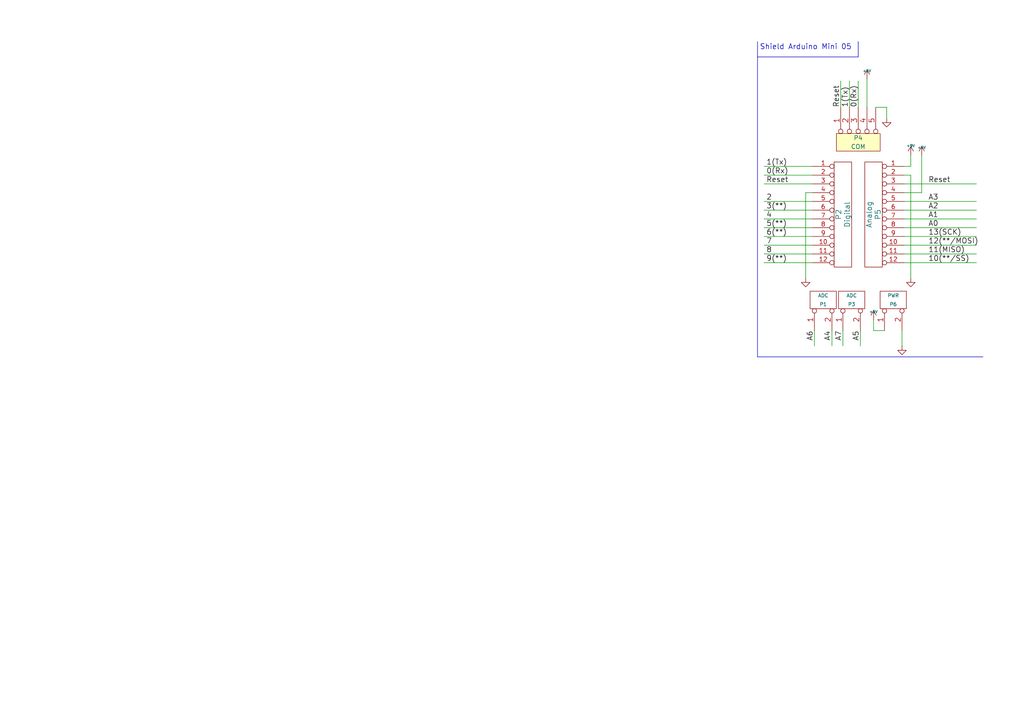
<source format=kicad_sch>
(kicad_sch (version 20230121) (generator eeschema)
  (paper "A4")
  (title_block (date "sam. 04 avril 2015"))
  (lib_symbols
    (symbol "Arduino_Mini-rescue:+5V" (power) (pin_names (offset 0))
      (property "Value" "+5V" (at 0 3.556 0))
      (symbol "+5V_0_1"
        (polyline (pts (xy -0.762 1.27) (xy 0 2.54)))
        (polyline (pts (xy 0 0) (xy 0 2.54)))
        (polyline (pts (xy 0 2.54) (xy 0.762 1.27)))
      )
      (symbol "+5V_1_1"
        (pin power_in line (at 0 0 90) (length 0) hide (name "+5V") (number "1"))
      )
    )
    (symbol "Arduino_Mini-rescue:+9V" (power) (pin_names (offset 0))
      (property "Value" "+9V" (at 0 3.556 0))
      (symbol "+9V_0_1"
        (polyline (pts (xy -0.762 1.27) (xy 0 2.54)))
        (polyline (pts (xy 0 0) (xy 0 2.54)))
        (polyline (pts (xy 0 2.54) (xy 0.762 1.27)))
      )
      (symbol "+9V_1_1"
        (pin power_in line (at 0 0 90) (length 0) hide (name "+9V") (number "1"))
      )
    )
    (symbol "Arduino_Mini-rescue:CONN_12" (pin_names (offset 1.016) hide)
      (property "Reference" "P" (at -1.27 0 90))
      (property "Value" "CONN_12" (at 1.27 0 90))
      (symbol "CONN_12_0_1"
        (rectangle (start -2.54 15.24) (end 2.54 -15.24))
      )
      (symbol "CONN_12_1_1"
        (pin passive inverted (at -8.89 13.97 0) (length 6.35) (name "P1") (number "1"))
        (pin passive inverted (at -8.89 -8.89 0) (length 6.35) (name "P10") (number "10"))
        (pin passive inverted (at -8.89 -11.43 0) (length 6.35) (name "P11") (number "11"))
        (pin passive inverted (at -8.89 -13.97 0) (length 6.35) (name "P12") (number "12"))
        (pin passive inverted (at -8.89 11.43 0) (length 6.35) (name "P2") (number "2"))
        (pin passive inverted (at -8.89 8.89 0) (length 6.35) (name "P3") (number "3"))
        (pin passive inverted (at -8.89 6.35 0) (length 6.35) (name "P4") (number "4"))
        (pin passive inverted (at -8.89 3.81 0) (length 6.35) (name "P5") (number "5"))
        (pin passive inverted (at -8.89 1.27 0) (length 6.35) (name "P6") (number "6"))
        (pin passive inverted (at -8.89 -1.27 0) (length 6.35) (name "P7") (number "7"))
        (pin passive inverted (at -8.89 -3.81 0) (length 6.35) (name "P8") (number "8"))
        (pin passive inverted (at -8.89 -6.35 0) (length 6.35) (name "P9") (number "9"))
      )
    )
    (symbol "Arduino_Mini-rescue:CONN_2" (pin_names (offset 1.016) hide)
      (property "Reference" "P" (at -1.27 0 90))
      (property "Value" "CONN_2" (at 1.27 0 90))
      (symbol "CONN_2_0_1"
        (rectangle (start -2.54 3.81) (end 2.54 -3.81))
      )
      (symbol "CONN_2_1_1"
        (pin passive inverted (at -8.89 2.54 0) (length 6.35) (name "P1") (number "1"))
        (pin passive inverted (at -8.89 -2.54 0) (length 6.35) (name "PM") (number "2"))
      )
    )
    (symbol "Arduino_Mini-rescue:CONN_5" (pin_names (offset 1.016))
      (property "Reference" "P" (at -1.27 0 90))
      (property "Value" "CONN_5" (at 1.27 0 90))
      (symbol "CONN_5_0_1"
        (rectangle (start -2.54 6.35) (end 2.54 -6.35) (fill (type background)))
      )
      (symbol "CONN_5_1_1"
        (pin passive inverted (at -10.16 5.08 0) (length 7.62) (name "~") (number "1"))
        (pin passive inverted (at -10.16 2.54 0) (length 7.62) (name "~") (number "2"))
        (pin passive inverted (at -10.16 0 0) (length 7.62) (name "~") (number "3"))
        (pin passive inverted (at -10.16 -2.54 0) (length 7.62) (name "~") (number "4"))
        (pin passive inverted (at -10.16 -5.08 0) (length 7.62) (name "~") (number "5"))
      )
    )
    (symbol "Arduino_Mini-rescue:GND" (power) (pin_names (offset 0))
      (property "Value" "GND" (at 0 -3.81 0))
      (symbol "GND_0_1"
        (polyline (pts (xy 0 0) (xy 0 -1.27) (xy 1.27 -1.27) (xy 0 -2.54) (xy -1.27 -1.27) (xy 0 -1.27)))
      )
      (symbol "GND_1_1"
        (pin power_in line (at 0 0 270) (length 0) hide (name "GND") (number "1"))
      )
    )
  )
  (wire (pts (xy 235.585 55.88) (xy 233.68 55.88)))
  (wire (pts (xy 262.255 63.5) (xy 283.21 63.5)))
  (wire (pts (xy 235.585 76.2) (xy 221.615 76.2)))
  (wire (pts (xy 249.555 95.885) (xy 249.555 100.33)))
  (wire (pts (xy 251.46 22.86) (xy 251.46 31.115)))
  (wire (pts (xy 262.255 68.58) (xy 283.21 68.58)))
  (wire (pts (xy 235.585 71.12) (xy 221.615 71.12)))
  (polyline (pts (xy 248.92 16.51) (xy 248.92 12.065)))
  (wire (pts (xy 257.175 31.115) (xy 254 31.115)))
  (wire (pts (xy 262.255 66.04) (xy 283.21 66.04)))
  (wire (pts (xy 262.255 73.66) (xy 283.21 73.66)))
  (wire (pts (xy 233.68 55.88) (xy 233.68 80.645)))
  (wire (pts (xy 264.16 50.8) (xy 262.255 50.8)))
  (wire (pts (xy 253.365 92.71) (xy 253.365 95.885)))
  (wire (pts (xy 253.365 95.885) (xy 256.54 95.885)))
  (polyline (pts (xy 219.71 16.51) (xy 248.92 16.51)))
  (wire (pts (xy 235.585 50.8) (xy 221.615 50.8)))
  (wire (pts (xy 235.585 48.26) (xy 221.615 48.26)))
  (polyline (pts (xy 285.115 103.505) (xy 219.71 103.505)))
  (wire (pts (xy 262.255 60.96) (xy 283.21 60.96)))
  (wire (pts (xy 246.38 31.115) (xy 246.38 23.495)))
  (wire (pts (xy 264.16 48.26) (xy 262.255 48.26)))
  (wire (pts (xy 264.16 80.645) (xy 264.16 50.8)))
  (wire (pts (xy 235.585 73.66) (xy 221.615 73.66)))
  (wire (pts (xy 235.585 58.42) (xy 221.615 58.42)))
  (wire (pts (xy 262.255 53.34) (xy 283.21 53.34)))
  (wire (pts (xy 235.585 53.34) (xy 221.615 53.34)))
  (wire (pts (xy 262.255 58.42) (xy 283.21 58.42)))
  (wire (pts (xy 241.3 95.885) (xy 241.3 100.33)))
  (wire (pts (xy 235.585 66.04) (xy 221.615 66.04)))
  (wire (pts (xy 235.585 68.58) (xy 221.615 68.58)))
  (wire (pts (xy 264.16 45.085) (xy 264.16 48.26)))
  (polyline (pts (xy 219.71 103.505) (xy 219.71 12.065)))
  (wire (pts (xy 267.335 45.085) (xy 267.335 55.88)))
  (wire (pts (xy 262.255 71.12) (xy 283.21 71.12)))
  (wire (pts (xy 248.92 31.115) (xy 248.92 23.495)))
  (wire (pts (xy 262.255 76.2) (xy 283.21 76.2)))
  (wire (pts (xy 261.62 95.885) (xy 261.62 100.33)))
  (wire (pts (xy 236.22 95.885) (xy 236.22 100.33)))
  (wire (pts (xy 267.335 55.88) (xy 262.255 55.88)))
  (wire (pts (xy 235.585 60.96) (xy 221.615 60.96)))
  (wire (pts (xy 243.84 31.115) (xy 243.84 23.495)))
  (wire (pts (xy 244.475 95.885) (xy 244.475 100.33)))
  (wire (pts (xy 235.585 63.5) (xy 221.615 63.5)))
  (wire (pts (xy 257.175 34.29) (xy 257.175 31.115)))
  (text "Shield Arduino Mini 05" (at 220.345 14.605 0) (effects (font (size 1.524 1.524)) (justify left bottom)))
  (label "10(**/SS)" (at 269.24 76.2 0) (effects (font (size 1.524 1.524))))
  (label "4" (at 222.25 63.5 0) (effects (font (size 1.524 1.524))))
  (label "5(**)" (at 222.25 66.04 0) (effects (font (size 1.524 1.524))))
  (label "1(Tx)" (at 222.25 48.26 0) (effects (font (size 1.524 1.524))))
  (label "6(**)" (at 222.25 68.58 0) (effects (font (size 1.524 1.524))))
  (label "A6" (at 236.22 95.885 270) (effects (font (size 1.524 1.524))))
  (label "A0" (at 269.24 66.04 0) (effects (font (size 1.524 1.524))))
  (label "12(**/MOSI)" (at 269.24 71.12 0) (effects (font (size 1.524 1.524))))
  (label "3(**)" (at 222.25 60.96 0) (effects (font (size 1.524 1.524))))
  (label "0(Rx)" (at 222.25 50.8 0) (effects (font (size 1.524 1.524))))
  (label "9(**)" (at 222.25 76.2 0) (effects (font (size 1.524 1.524))))
  (label "11(MISO)" (at 269.24 73.66 0) (effects (font (size 1.524 1.524))))
  (label "A2" (at 269.24 60.96 0) (effects (font (size 1.524 1.524))))
  (label "2" (at 222.25 58.42 0) (effects (font (size 1.524 1.524))))
  (label "7" (at 222.25 71.12 0) (effects (font (size 1.524 1.524))))
  (label "Reset" (at 243.84 31.115 90) (effects (font (size 1.524 1.524))))
  (label "8" (at 222.25 73.66 0) (effects (font (size 1.524 1.524))))
  (label "A5" (at 249.555 95.885 270) (effects (font (size 1.524 1.524))))
  (label "A3" (at 269.24 58.42 0) (effects (font (size 1.524 1.524))))
  (label "1(Tx)" (at 246.38 31.115 90) (effects (font (size 1.524 1.524))))
  (label "0(Rx)" (at 248.92 31.115 90) (effects (font (size 1.524 1.524))))
  (label "A7" (at 244.475 95.885 270) (effects (font (size 1.524 1.524))))
  (label "A4" (at 241.3 95.885 270) (effects (font (size 1.524 1.524))))
  (label "13(SCK)" (at 269.24 68.58 0) (effects (font (size 1.524 1.524))))
  (label "Reset" (at 222.25 53.34 0) (effects (font (size 1.524 1.524))))
  (label "A1" (at 269.24 63.5 0) (effects (font (size 1.524 1.524))))
  (label "Reset" (at 269.24 53.34 0) (effects (font (size 1.524 1.524))))
  (symbol (lib_id "Arduino_Mini-rescue:CONN_12") (at 244.475 62.23 0) (unit 1)
    (property "Reference" "P2" (at 243.205 62.23 90) (effects (font (size 1.524 1.524))))
    (property "Value" "Digital" (at 245.745 62.23 90) (effects (font (size 1.524 1.524))))
    (property "Footprint" "Socket_Arduino_Mini:Socket_Strip_Arduino_1x12" (effects hide))
  )
  (symbol (lib_id "Arduino_Mini-rescue:CONN_12") (at 253.365 62.23 0) (mirror y) (unit 1)
    (property "Reference" "P5" (at 254.635 62.23 90) (effects (font (size 1.524 1.524))))
    (property "Value" "Analog" (at 252.095 62.23 90) (effects (font (size 1.524 1.524))))
    (property "Footprint" "Socket_Arduino_Mini:Socket_Strip_Arduino_1x12" (effects hide))
  )
  (symbol (lib_id "Arduino_Mini-rescue:CONN_5") (at 248.92 41.275 90) (mirror x) (unit 1)
    (property "Reference" "P4" (at 248.92 40.005 90))
    (property "Value" "COM" (at 248.92 42.545 90))
    (property "Footprint" "Socket_Arduino_Mini:Socket_Strip_Arduino_1x05" (effects hide))
  )
  (symbol (lib_id "Arduino_Mini-rescue:CONN_2") (at 238.76 86.995 90) (unit 1)
    (property "Reference" "P1" (at 238.76 88.265 90) (effects (font (size 1.016 1.016))))
    (property "Value" "ADC" (at 238.76 85.725 90) (effects (font (size 1.016 1.016))))
    (property "Footprint" "Socket_Arduino_Mini:Socket_Strip_Arduino_1x02" (effects hide))
  )
  (symbol (lib_id "Arduino_Mini-rescue:CONN_2") (at 247.015 86.995 90) (unit 1)
    (property "Reference" "P3" (at 247.015 88.265 90) (effects (font (size 1.016 1.016))))
    (property "Value" "ADC" (at 247.015 85.725 90) (effects (font (size 1.016 1.016))))
    (property "Footprint" "Socket_Arduino_Mini:Socket_Strip_Arduino_1x02" (effects hide))
  )
  (symbol (lib_id "Arduino_Mini-rescue:CONN_2") (at 259.08 86.995 90) (unit 1)
    (property "Reference" "P6" (at 259.08 88.265 90) (effects (font (size 1.016 1.016))))
    (property "Value" "PWR" (at 259.08 85.725 90) (effects (font (size 1.016 1.016))))
    (property "Footprint" "Socket_Arduino_Mini:Socket_Strip_Arduino_1x02" (effects hide))
  )
  (symbol (lib_id "Arduino_Mini-rescue:GND") (at 233.68 80.645 0) (unit 1)
    (property "Reference" "#PWR01" (effects hide))
    (property "Value" "GND" (effects hide))
  )
  (symbol (lib_id "Arduino_Mini-rescue:GND") (at 264.16 80.645 0) (unit 1)
    (property "Reference" "#PWR02" (effects hide))
    (property "Value" "GND" (effects hide))
  )
  (symbol (lib_id "Arduino_Mini-rescue:GND") (at 257.175 34.29 0) (unit 1)
    (property "Reference" "#PWR03" (effects hide))
    (property "Value" "GND" (effects hide))
  )
  (symbol (lib_id "Arduino_Mini-rescue:GND") (at 261.62 100.33 0) (unit 1)
    (property "Reference" "#PWR04" (effects hide))
    (property "Value" "GND" (effects hide))
  )
  (symbol (lib_id "Arduino_Mini-rescue:+5V") (at 253.365 92.71 0) (unit 1)
    (property "Reference" "#PWR05" (effects hide))
    (property "Value" "+5V" (at 253.365 90.424 0) (effects (font (size 0.762 0.762))))
  )
  (symbol (lib_id "Arduino_Mini-rescue:+5V") (at 251.46 22.86 0) (unit 1)
    (property "Reference" "#PWR06" (effects hide))
    (property "Value" "+5V" (at 251.46 20.574 0) (effects (font (size 0.762 0.762))))
  )
  (symbol (lib_id "Arduino_Mini-rescue:+5V") (at 267.335 45.085 0) (unit 1)
    (property "Reference" "#PWR07" (effects hide))
    (property "Value" "+5V" (at 267.335 42.799 0) (effects (font (size 0.762 0.762))))
  )
  (symbol (lib_id "Arduino_Mini-rescue:+9V") (at 264.16 45.085 0) (unit 1)
    (property "Reference" "#PWR08" (effects hide))
    (property "Value" "+9V" (at 264.16 42.291 0) (effects (font (size 0.762 0.762))))
  )
)
</source>
